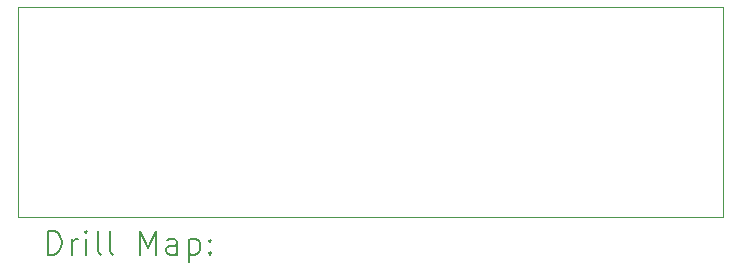
<source format=gbr>
%FSLAX45Y45*%
G04 Gerber Fmt 4.5, Leading zero omitted, Abs format (unit mm)*
G04 Created by KiCad (PCBNEW (6.0.6)) date 2022-08-10 20:15:34*
%MOMM*%
%LPD*%
G01*
G04 APERTURE LIST*
%TA.AperFunction,Profile*%
%ADD10C,0.100000*%
%TD*%
%ADD11C,0.200000*%
G04 APERTURE END LIST*
D10*
X16764000Y-10642600D02*
X10795000Y-10642600D01*
X10795000Y-10642600D02*
X10795000Y-8864600D01*
X10795000Y-8864600D02*
X16764000Y-8864600D01*
X16764000Y-8864600D02*
X16764000Y-10642600D01*
D11*
X11047619Y-10958076D02*
X11047619Y-10758076D01*
X11095238Y-10758076D01*
X11123810Y-10767600D01*
X11142857Y-10786648D01*
X11152381Y-10805695D01*
X11161905Y-10843790D01*
X11161905Y-10872362D01*
X11152381Y-10910457D01*
X11142857Y-10929505D01*
X11123810Y-10948552D01*
X11095238Y-10958076D01*
X11047619Y-10958076D01*
X11247619Y-10958076D02*
X11247619Y-10824743D01*
X11247619Y-10862838D02*
X11257143Y-10843790D01*
X11266667Y-10834267D01*
X11285714Y-10824743D01*
X11304762Y-10824743D01*
X11371428Y-10958076D02*
X11371428Y-10824743D01*
X11371428Y-10758076D02*
X11361905Y-10767600D01*
X11371428Y-10777124D01*
X11380952Y-10767600D01*
X11371428Y-10758076D01*
X11371428Y-10777124D01*
X11495238Y-10958076D02*
X11476190Y-10948552D01*
X11466667Y-10929505D01*
X11466667Y-10758076D01*
X11600000Y-10958076D02*
X11580952Y-10948552D01*
X11571428Y-10929505D01*
X11571428Y-10758076D01*
X11828571Y-10958076D02*
X11828571Y-10758076D01*
X11895238Y-10900933D01*
X11961905Y-10758076D01*
X11961905Y-10958076D01*
X12142857Y-10958076D02*
X12142857Y-10853314D01*
X12133333Y-10834267D01*
X12114286Y-10824743D01*
X12076190Y-10824743D01*
X12057143Y-10834267D01*
X12142857Y-10948552D02*
X12123809Y-10958076D01*
X12076190Y-10958076D01*
X12057143Y-10948552D01*
X12047619Y-10929505D01*
X12047619Y-10910457D01*
X12057143Y-10891410D01*
X12076190Y-10881886D01*
X12123809Y-10881886D01*
X12142857Y-10872362D01*
X12238095Y-10824743D02*
X12238095Y-11024743D01*
X12238095Y-10834267D02*
X12257143Y-10824743D01*
X12295238Y-10824743D01*
X12314286Y-10834267D01*
X12323809Y-10843790D01*
X12333333Y-10862838D01*
X12333333Y-10919981D01*
X12323809Y-10939029D01*
X12314286Y-10948552D01*
X12295238Y-10958076D01*
X12257143Y-10958076D01*
X12238095Y-10948552D01*
X12419048Y-10939029D02*
X12428571Y-10948552D01*
X12419048Y-10958076D01*
X12409524Y-10948552D01*
X12419048Y-10939029D01*
X12419048Y-10958076D01*
X12419048Y-10834267D02*
X12428571Y-10843790D01*
X12419048Y-10853314D01*
X12409524Y-10843790D01*
X12419048Y-10834267D01*
X12419048Y-10853314D01*
M02*

</source>
